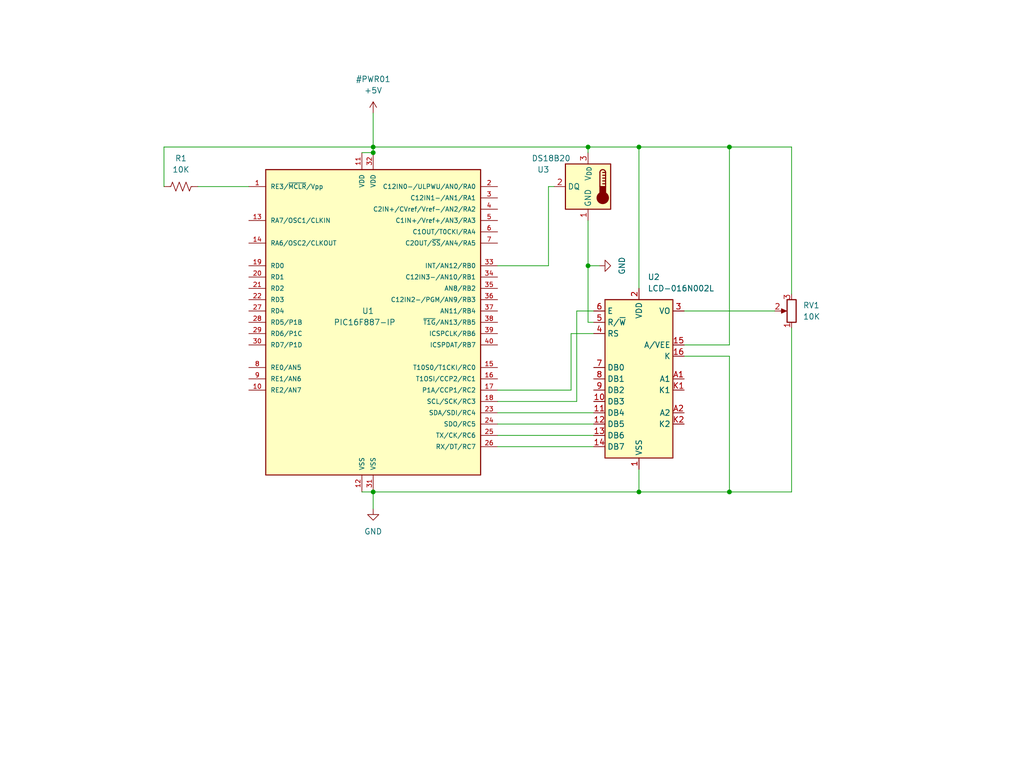
<source format=kicad_sch>
(kicad_sch (version 20230121) (generator eeschema)
  (paper "User" 229.997 170.002)
  (title_block (title "PIC16F887 with DS18B20 and LCD16x2") (company "Ricardo Lima Caratti"))
  (lib_symbols
    (symbol "Device:R_Potentiometer" (pin_names (offset 1.016) hide)
      (property "Reference" "RV" (at -4.445 0 90))
      (property "Value" "R_Potentiometer" (at -2.54 0 90))
      (symbol "R_Potentiometer_0_1"
        (polyline (pts (xy 2.54 0) (xy 1.524 0)))
        (polyline (pts (xy 1.143 0) (xy 2.286 0.508) (xy 2.286 -0.508) (xy 1.143 0)) (fill (type outline)))
        (rectangle (start 1.016 2.54) (end -1.016 -2.54) (stroke (width 0.254)))
      )
      (symbol "R_Potentiometer_1_1"
        (pin passive line (at 0 3.81 270) (length 1.27) (name "1") (number "1"))
        (pin passive line (at 3.81 0 180) (length 1.27) (name "2") (number "2"))
        (pin passive line (at 0 -3.81 90) (length 1.27) (name "3") (number "3"))
      )
    )
    (symbol "Device:R_US" (pin_numbers hide) (pin_names (offset 0))
      (property "Reference" "R" (at 2.54 0 90))
      (property "Value" "R_US" (at -2.54 0 90))
      (symbol "R_US_0_1"
        (polyline (pts (xy 0 -2.286) (xy 0 -2.54)))
        (polyline (pts (xy 0 2.286) (xy 0 2.54)))
        (polyline (pts (xy 0 -0.762) (xy 1.016 -1.143) (xy 0 -1.524) (xy -1.016 -1.905) (xy 0 -2.286)))
        (polyline (pts (xy 0 0.762) (xy 1.016 0.381) (xy 0 0) (xy -1.016 -0.381) (xy 0 -0.762)))
        (polyline (pts (xy 0 2.286) (xy 1.016 1.905) (xy 0 1.524) (xy -1.016 1.143) (xy 0 0.762)))
      )
      (symbol "R_US_1_1"
        (pin passive line (at 0 3.81 270) (length 1.27) (name "~") (number "1"))
        (pin passive line (at 0 -3.81 90) (length 1.27) (name "~") (number "2"))
      )
    )
    (symbol "Display_Character:LCD-016N002L"
      (property "Reference" "U" (at -6.35 18.796 0))
      (property "Value" "LCD-016N002L" (at 8.636 18.796 0))
      (symbol "LCD-016N002L_1_1"
        (rectangle (start -7.62 17.78) (end 7.62 -17.78) (stroke (width 0.254)) (fill (type background)))
        (pin power_in line (at 0 -20.32 90) (length 2.54) (name "VSS") (number "1"))
        (pin bidirectional line (at -10.16 -5.08 0) (length 2.54) (name "DB3") (number "10"))
        (pin bidirectional line (at -10.16 -7.62 0) (length 2.54) (name "DB4") (number "11"))
        (pin bidirectional line (at -10.16 -10.16 0) (length 2.54) (name "DB5") (number "12"))
        (pin bidirectional line (at -10.16 -12.7 0) (length 2.54) (name "DB6") (number "13"))
        (pin bidirectional line (at -10.16 -15.24 0) (length 2.54) (name "DB7") (number "14"))
        (pin power_in line (at 10.16 7.62 180) (length 2.54) (name "A/VEE") (number "15"))
        (pin power_in line (at 10.16 5.08 180) (length 2.54) (name "K") (number "16"))
        (pin power_in line (at 0 20.32 270) (length 2.54) (name "VDD") (number "2"))
        (pin input line (at 10.16 15.24 180) (length 2.54) (name "VO") (number "3"))
        (pin input line (at -10.16 10.16 0) (length 2.54) (name "RS") (number "4"))
        (pin input line (at -10.16 12.7 0) (length 2.54) (name "R/~{W}") (number "5"))
        (pin input line (at -10.16 15.24 0) (length 2.54) (name "E") (number "6"))
        (pin bidirectional line (at -10.16 2.54 0) (length 2.54) (name "DB0") (number "7"))
        (pin bidirectional line (at -10.16 0 0) (length 2.54) (name "DB1") (number "8"))
        (pin bidirectional line (at -10.16 -2.54 0) (length 2.54) (name "DB2") (number "9"))
        (pin power_in line (at 10.16 0 180) (length 2.54) (name "A1") (number "A1"))
        (pin power_in line (at 10.16 -7.62 180) (length 2.54) (name "A2") (number "A2"))
        (pin power_in line (at 10.16 -2.54 180) (length 2.54) (name "K1") (number "K1"))
        (pin power_in line (at 10.16 -10.16 180) (length 2.54) (name "K2") (number "K2"))
      )
    )
    (symbol "MCU_Microchip_PIC16:PIC16F887-IP" (pin_names (offset 1.016))
      (property "Reference" "U" (at 6.35 38.1 0))
      (property "Value" "PIC16F887-IP" (at 6.35 35.56 0))
      (symbol "PIC16F887-IP_0_1"
        (rectangle (start -24.13 -34.29) (end 24.13 34.29) (stroke (width 0.254)) (fill (type background)))
      )
      (symbol "PIC16F887-IP_1_1"
        (pin input line (at -27.94 30.48 0) (length 3.81) (name "RE3/~{MCLR}/Vpp") (number "1"))
        (pin bidirectional line (at -27.94 -15.24 0) (length 3.81) (name "RE2/AN7") (number "10"))
        (pin power_in line (at -2.54 38.1 270) (length 3.81) (name "VDD") (number "11"))
        (pin power_in line (at -2.54 -38.1 90) (length 3.81) (name "VSS") (number "12"))
        (pin bidirectional line (at -27.94 22.86 0) (length 3.81) (name "RA7/OSC1/CLKIN") (number "13"))
        (pin bidirectional line (at -27.94 17.78 0) (length 3.81) (name "RA6/OSC2/CLKOUT") (number "14"))
        (pin bidirectional line (at 27.94 -10.16 180) (length 3.81) (name "T10S0/T1CKI/RC0") (number "15"))
        (pin bidirectional line (at 27.94 -12.7 180) (length 3.81) (name "T1OSI/CCP2/RC1") (number "16"))
        (pin bidirectional line (at 27.94 -15.24 180) (length 3.81) (name "P1A/CCP1/RC2") (number "17"))
        (pin bidirectional line (at 27.94 -17.78 180) (length 3.81) (name "SCL/SCK/RC3") (number "18"))
        (pin bidirectional line (at -27.94 12.7 0) (length 3.81) (name "RD0") (number "19"))
        (pin bidirectional line (at 27.94 30.48 180) (length 3.81) (name "C12IN0-/ULPWU/AN0/RA0") (number "2"))
        (pin bidirectional line (at -27.94 10.16 0) (length 3.81) (name "RD1") (number "20"))
        (pin bidirectional line (at -27.94 7.62 0) (length 3.81) (name "RD2") (number "21"))
        (pin bidirectional line (at -27.94 5.08 0) (length 3.81) (name "RD3") (number "22"))
        (pin bidirectional line (at 27.94 -20.32 180) (length 3.81) (name "SDA/SDI/RC4") (number "23"))
        (pin bidirectional line (at 27.94 -22.86 180) (length 3.81) (name "SDO/RC5") (number "24"))
        (pin bidirectional line (at 27.94 -25.4 180) (length 3.81) (name "TX/CK/RC6") (number "25"))
        (pin bidirectional line (at 27.94 -27.94 180) (length 3.81) (name "RX/DT/RC7") (number "26"))
        (pin bidirectional line (at -27.94 2.54 0) (length 3.81) (name "RD4") (number "27"))
        (pin bidirectional line (at -27.94 0 0) (length 3.81) (name "RD5/P1B") (number "28"))
        (pin bidirectional line (at -27.94 -2.54 0) (length 3.81) (name "RD6/P1C") (number "29"))
        (pin bidirectional line (at 27.94 27.94 180) (length 3.81) (name "C12IN1-/AN1/RA1") (number "3"))
        (pin bidirectional line (at -27.94 -5.08 0) (length 3.81) (name "RD7/P1D") (number "30"))
        (pin power_in line (at 0 -38.1 90) (length 3.81) (name "VSS") (number "31"))
        (pin power_in line (at 0 38.1 270) (length 3.81) (name "VDD") (number "32"))
        (pin bidirectional line (at 27.94 12.7 180) (length 3.81) (name "INT/AN12/RB0") (number "33"))
        (pin bidirectional line (at 27.94 10.16 180) (length 3.81) (name "C12IN3-/AN10/RB1") (number "34"))
        (pin bidirectional line (at 27.94 7.62 180) (length 3.81) (name "AN8/RB2") (number "35"))
        (pin bidirectional line (at 27.94 5.08 180) (length 3.81) (name "C12IN2-/PGM/AN9/RB3") (number "36"))
        (pin bidirectional line (at 27.94 2.54 180) (length 3.81) (name "AN11/RB4") (number "37"))
        (pin bidirectional line (at 27.94 0 180) (length 3.81) (name "~{T1G}/AN13/RB5") (number "38"))
        (pin bidirectional line (at 27.94 -2.54 180) (length 3.81) (name "ICSPCLK/RB6") (number "39"))
        (pin bidirectional line (at 27.94 25.4 180) (length 3.81) (name "C2IN+/CVref/Vref-/AN2/RA2") (number "4"))
        (pin bidirectional line (at 27.94 -5.08 180) (length 3.81) (name "ICSPDAT/RB7") (number "40"))
        (pin bidirectional line (at 27.94 22.86 180) (length 3.81) (name "C1IN+/Vref+/AN3/RA3") (number "5"))
        (pin bidirectional line (at 27.94 20.32 180) (length 3.81) (name "C1OUT/T0CKI/RA4") (number "6"))
        (pin bidirectional line (at 27.94 17.78 180) (length 3.81) (name "C2OUT/~{SS}/AN4/RA5") (number "7"))
        (pin bidirectional line (at -27.94 -10.16 0) (length 3.81) (name "RE0/AN5") (number "8"))
        (pin bidirectional line (at -27.94 -12.7 0) (length 3.81) (name "RE1/AN6") (number "9"))
      )
    )
    (symbol "Sensor_Temperature:DS18B20"
      (property "Reference" "U" (at -3.81 6.35 0))
      (property "Value" "DS18B20" (at 6.35 6.35 0))
      (symbol "DS18B20_0_1"
        (rectangle (start -5.08 5.08) (end 5.08 -5.08) (stroke (width 0.254)) (fill (type background)))
        (circle (center -3.302 -2.54) (radius 1.27) (stroke (width 0.254)) (fill (type outline)))
        (rectangle (start -2.667 -1.905) (end -3.937 0) (stroke (width 0.254)) (fill (type outline)))
        (arc (start -2.667 3.175) (mid -3.302 3.8073) (end -3.937 3.175) (stroke (width 0.254)))
        (polyline (pts (xy -3.937 0.635) (xy -3.302 0.635)) (stroke (width 0.254)))
        (polyline (pts (xy -3.937 1.27) (xy -3.302 1.27)) (stroke (width 0.254)))
        (polyline (pts (xy -3.937 1.905) (xy -3.302 1.905)) (stroke (width 0.254)))
        (polyline (pts (xy -3.937 2.54) (xy -3.302 2.54)) (stroke (width 0.254)))
        (polyline (pts (xy -3.937 3.175) (xy -3.937 0)) (stroke (width 0.254)))
        (polyline (pts (xy -3.937 3.175) (xy -3.302 3.175)) (stroke (width 0.254)))
        (polyline (pts (xy -2.667 3.175) (xy -2.667 0)) (stroke (width 0.254)))
      )
      (symbol "DS18B20_1_1"
        (pin power_in line (at 0 -7.62 90) (length 2.54) (name "GND") (number "1"))
        (pin bidirectional line (at 7.62 0 180) (length 2.54) (name "DQ") (number "2"))
        (pin power_in line (at 0 7.62 270) (length 2.54) (name "V_{DD}") (number "3"))
      )
    )
    (symbol "power:+5V" (power) (pin_names (offset 0))
      (property "Value" "+5V" (at 0 3.556 0))
      (symbol "+5V_0_1"
        (polyline (pts (xy -0.762 1.27) (xy 0 2.54)))
        (polyline (pts (xy 0 0) (xy 0 2.54)))
        (polyline (pts (xy 0 2.54) (xy 0.762 1.27)))
      )
      (symbol "+5V_1_1"
        (pin power_in line (at 0 0 90) (length 0) hide (name "+5V") (number "1"))
      )
    )
    (symbol "power:GND" (power) (pin_names (offset 0))
      (property "Value" "GND" (at 0 -3.81 0))
      (symbol "GND_0_1"
        (polyline (pts (xy 0 0) (xy 0 -1.27) (xy 1.27 -1.27) (xy 0 -2.54) (xy -1.27 -1.27) (xy 0 -1.27)))
      )
      (symbol "GND_1_1"
        (pin power_in line (at 0 0 270) (length 0) hide (name "GND") (number "1"))
      )
    )
  )
  (junction (at 132.08 33.02))
  (junction (at 163.83 110.49))
  (junction (at 83.82 110.49))
  (junction (at 83.82 34.29))
  (junction (at 83.82 33.02))
  (junction (at 163.83 33.02))
  (junction (at 143.51 33.02))
  (junction (at 143.51 110.49))
  (junction (at 132.08 59.69))
  (wire (pts (xy 153.67 80.01) (xy 163.83 80.01)))
  (wire (pts (xy 111.76 95.25) (xy 133.35 95.25)))
  (wire (pts (xy 133.35 72.39) (xy 132.08 72.39)))
  (wire (pts (xy 163.83 110.49) (xy 177.8 110.49)))
  (wire (pts (xy 111.76 90.17) (xy 129.54 90.17)))
  (wire (pts (xy 81.28 34.29) (xy 83.82 34.29)))
  (wire (pts (xy 163.83 33.02) (xy 163.83 77.47)))
  (wire (pts (xy 128.27 74.93) (xy 133.35 74.93)))
  (wire (pts (xy 36.83 33.02) (xy 83.82 33.02)))
  (wire (pts (xy 177.8 73.66) (xy 177.8 110.49)))
  (wire (pts (xy 143.51 105.41) (xy 143.51 110.49)))
  (wire (pts (xy 143.51 64.77) (xy 143.51 33.02)))
  (wire (pts (xy 111.76 92.71) (xy 133.35 92.71)))
  (wire (pts (xy 177.8 66.04) (xy 177.8 33.02)))
  (wire (pts (xy 83.82 33.02) (xy 83.82 34.29)))
  (wire (pts (xy 81.28 110.49) (xy 83.82 110.49)))
  (wire (pts (xy 111.76 87.63) (xy 128.27 87.63)))
  (wire (pts (xy 111.76 97.79) (xy 133.35 97.79)))
  (wire (pts (xy 163.83 80.01) (xy 163.83 110.49)))
  (wire (pts (xy 132.08 59.69) (xy 134.62 59.69)))
  (wire (pts (xy 44.45 41.91) (xy 55.88 41.91)))
  (wire (pts (xy 83.82 110.49) (xy 83.82 114.3)))
  (wire (pts (xy 132.08 59.69) (xy 132.08 72.39)))
  (wire (pts (xy 128.27 87.63) (xy 128.27 74.93)))
  (wire (pts (xy 123.19 59.69) (xy 123.19 41.91)))
  (wire (pts (xy 153.67 77.47) (xy 163.83 77.47)))
  (wire (pts (xy 143.51 33.02) (xy 163.83 33.02)))
  (wire (pts (xy 111.76 59.69) (xy 123.19 59.69)))
  (wire (pts (xy 143.51 33.02) (xy 132.08 33.02)))
  (wire (pts (xy 129.54 90.17) (xy 129.54 69.85)))
  (wire (pts (xy 132.08 33.02) (xy 132.08 34.29)))
  (wire (pts (xy 83.82 25.4) (xy 83.82 33.02)))
  (wire (pts (xy 123.19 41.91) (xy 124.46 41.91)))
  (wire (pts (xy 111.76 100.33) (xy 133.35 100.33)))
  (wire (pts (xy 143.51 110.49) (xy 163.83 110.49)))
  (wire (pts (xy 83.82 110.49) (xy 143.51 110.49)))
  (wire (pts (xy 153.67 69.85) (xy 173.99 69.85)))
  (wire (pts (xy 129.54 69.85) (xy 133.35 69.85)))
  (wire (pts (xy 163.83 33.02) (xy 177.8 33.02)))
  (wire (pts (xy 132.08 33.02) (xy 83.82 33.02)))
  (wire (pts (xy 132.08 49.53) (xy 132.08 59.69)))
  (wire (pts (xy 36.83 41.91) (xy 36.83 33.02)))
  (symbol (lib_id "Display_Character:LCD-016N002L") (at 143.51 85.09 0) (unit 1)
    (property "Reference" "U2" (at 145.4659 62.23 0) (effects (justify left)))
    (property "Value" "LCD-016N002L" (at 145.4659 64.77 0) (effects (justify left)))
    (property "Footprint" "Display:LCD-016N002L" (effects hide))
    (property "Datasheet" "http://www.vishay.com/docs/37299/37299.pdf" (effects hide))
  )
  (symbol (lib_id "Device:R_US") (at 40.64 41.91 90) (unit 1)
    (property "Reference" "R1" (at 40.64 35.56 90))
    (property "Value" "10K" (at 40.64 38.1 90))
  )
  (symbol (lib_id "power:GND") (at 83.82 114.3 0) (unit 1)
    (property "Reference" "#PWR03" (effects hide))
    (property "Value" "GND" (at 83.82 119.38 0))
  )
  (symbol (lib_id "MCU_Microchip_PIC16:PIC16F887-IP") (at 83.82 72.39 0) (unit 1)
    (property "Reference" "U1" (at 81.28 69.85 0) (effects (justify left)))
    (property "Value" "PIC16F887-IP" (at 74.93 72.39 0) (effects (justify left)))
    (property "Datasheet" "http://ww1.microchip.com/downloads/en/DeviceDoc/41291D.pdf" (effects hide))
  )
  (symbol (lib_id "power:+5V") (at 83.82 25.4 0) (unit 1)
    (property "Reference" "#PWR01" (at 83.82 17.78 0))
    (property "Value" "+5V" (at 83.82 20.32 0))
  )
  (symbol (lib_id "Sensor_Temperature:DS18B20") (at 132.08 41.91 0) (mirror y) (unit 1)
    (property "Reference" "U3" (at 120.65 38.1 0) (effects (justify right)))
    (property "Value" "DS18B20" (at 119.38 35.56 0) (effects (justify right)))
    (property "Footprint" "Package_TO_SOT_THT:TO-92_Inline" (effects hide))
    (property "Datasheet" "http://datasheets.maximintegrated.com/en/ds/DS18B20.pdf" (effects hide))
  )
  (symbol (lib_id "power:GND") (at 134.62 59.69 90) (unit 1)
    (property "Reference" "#PWR02" (effects hide))
    (property "Value" "GND" (at 139.7 59.69 0))
  )
  (symbol (lib_id "Device:R_Potentiometer") (at 177.8 69.85 180) (unit 1)
    (property "Reference" "RV1" (at 180.34 68.58 0) (effects (justify right)))
    (property "Value" "10K" (at 180.34 71.12 0) (effects (justify right)))
  )
)
</source>
